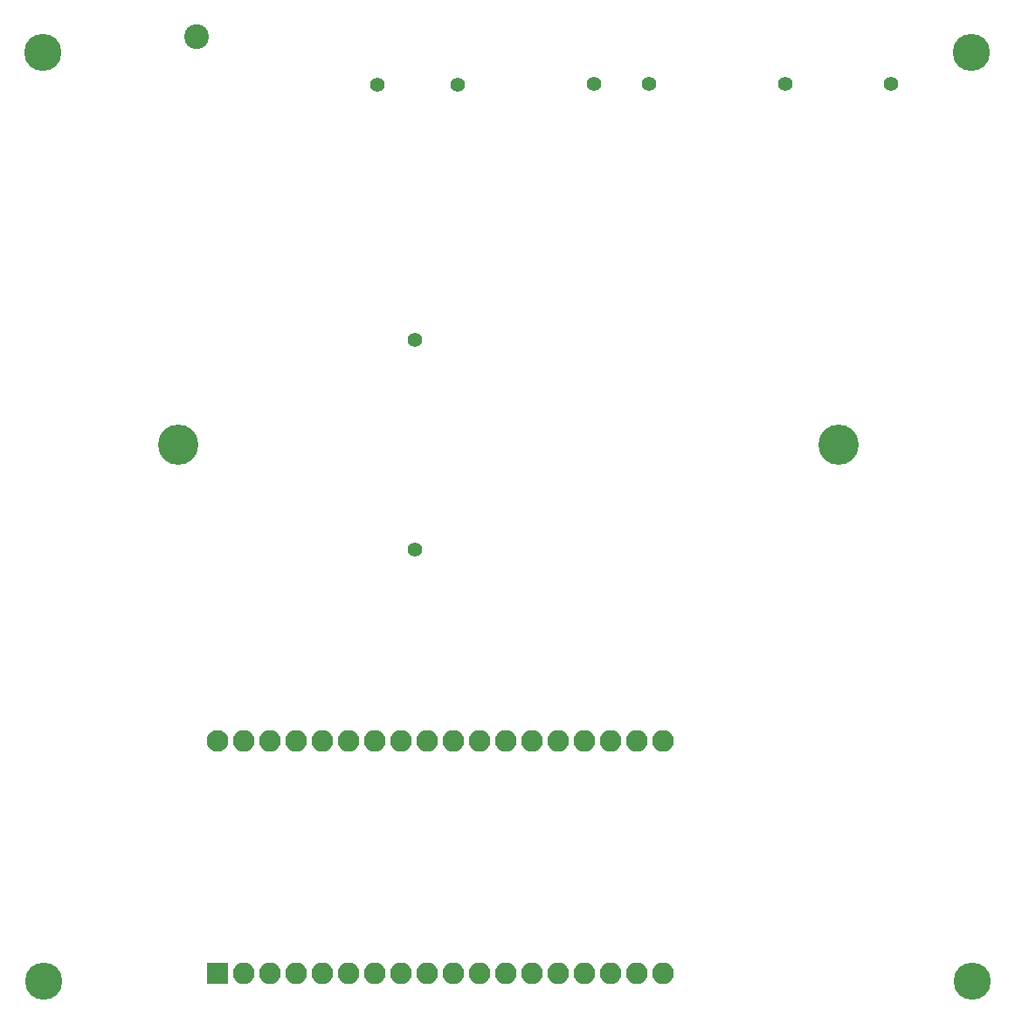
<source format=gbs>
%TF.GenerationSoftware,KiCad,Pcbnew,(5.0.0-rc2-dev)*%
%TF.CreationDate,2018-05-14T12:38:31-07:00*%
%TF.ProjectId,makerlabs-acm-reader-lock_v1.0.0,6D616B65726C6162732D61636D2D7265,rev?*%
%TF.SameCoordinates,Original*%
%TF.FileFunction,Soldermask,Bot*%
%TF.FilePolarity,Negative*%
%FSLAX46Y46*%
G04 Gerber Fmt 4.6, Leading zero omitted, Abs format (unit mm)*
G04 Created by KiCad (PCBNEW (5.0.0-rc2-dev)) date Monday, May 14, 2018 at 12:38:31 PM*
%MOMM*%
%LPD*%
G01*
G04 APERTURE LIST*
%ADD10C,1.400000*%
%ADD11C,3.600000*%
%ADD12C,3.900000*%
%ADD13O,2.100000X2.100000*%
%ADD14C,2.100000*%
%ADD15R,2.100000X2.100000*%
%ADD16C,2.400000*%
G04 APERTURE END LIST*
D10*
%TO.C,J1*%
X150950000Y-103150000D03*
X150950000Y-82850000D03*
%TD*%
%TO.C,J2*%
X173650000Y-58050000D03*
X168350000Y-58050000D03*
%TD*%
%TO.C,J3*%
X186850000Y-58050000D03*
X197150000Y-58050000D03*
%TD*%
D11*
%TO.C,H1*%
X114900000Y-55000000D03*
%TD*%
%TO.C,H2*%
X204900000Y-55000000D03*
%TD*%
%TO.C,H3*%
X115000000Y-145000000D03*
%TD*%
%TO.C,H4*%
X205000000Y-145000000D03*
%TD*%
D12*
%TO.C,MNT1*%
X192000000Y-93000000D03*
X128000000Y-93000000D03*
%TD*%
D13*
%TO.C,U1*%
X174980000Y-121750000D03*
X172440000Y-121750000D03*
X169900000Y-121750000D03*
X167360000Y-121750000D03*
X164820000Y-121750000D03*
X162280000Y-121750000D03*
X159740000Y-121750000D03*
X157200000Y-121750000D03*
X154660000Y-121750000D03*
X152120000Y-121750000D03*
X149580000Y-121750000D03*
X147040000Y-121750000D03*
X144500000Y-121750000D03*
X141960000Y-121750000D03*
X139420000Y-121750000D03*
X136880000Y-121750000D03*
X134340000Y-121750000D03*
D14*
X131800000Y-121750000D03*
D15*
X131800000Y-144250000D03*
D13*
X134340000Y-144250000D03*
X136880000Y-144250000D03*
X139420000Y-144250000D03*
X141960000Y-144250000D03*
X144500000Y-144250000D03*
X147040000Y-144250000D03*
X149580000Y-144250000D03*
X152120000Y-144250000D03*
X154660000Y-144250000D03*
X157200000Y-144250000D03*
X159740000Y-144250000D03*
X162280000Y-144250000D03*
X164820000Y-144250000D03*
X167360000Y-144250000D03*
X169900000Y-144250000D03*
X172440000Y-144250000D03*
X174980000Y-144250000D03*
%TD*%
D16*
%TO.C,J4*%
X129800000Y-53500000D03*
%TD*%
D10*
%TO.C,J5*%
X147300000Y-58150000D03*
X155100000Y-58150000D03*
%TD*%
M02*

</source>
